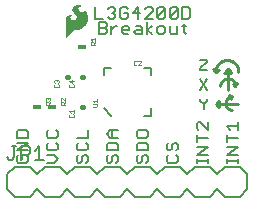
<source format=gbr>
G04 EAGLE Gerber RS-274X export*
G75*
%MOMM*%
%FSLAX34Y34*%
%LPD*%
%INSilkscreen Top*%
%IPPOS*%
%AMOC8*
5,1,8,0,0,1.08239X$1,22.5*%
G01*
%ADD10C,0.254000*%
%ADD11C,0.177800*%
%ADD12C,0.152400*%
%ADD13C,0.025400*%
%ADD14C,0.406400*%
%ADD15R,0.711200X0.406400*%
%ADD16C,0.203200*%
%ADD17C,0.127000*%

G36*
X49540Y134521D02*
X49540Y134521D01*
X49544Y134519D01*
X49614Y134555D01*
X49624Y134560D01*
X49625Y134561D01*
X54497Y140043D01*
X55351Y140825D01*
X56341Y141414D01*
X56692Y141541D01*
X57060Y141606D01*
X59335Y141606D01*
X59340Y141608D01*
X59346Y141606D01*
X60710Y141730D01*
X60720Y141736D01*
X60732Y141734D01*
X62051Y142102D01*
X62059Y142110D01*
X62072Y142111D01*
X63302Y142711D01*
X63309Y142718D01*
X63320Y142721D01*
X64477Y143538D01*
X64482Y143546D01*
X64491Y143549D01*
X65522Y144521D01*
X65525Y144529D01*
X65531Y144531D01*
X65532Y144533D01*
X65534Y144534D01*
X66419Y145641D01*
X66421Y145651D01*
X66430Y145658D01*
X67377Y147339D01*
X67378Y147350D01*
X67386Y147360D01*
X68014Y149184D01*
X68013Y149195D01*
X68020Y149206D01*
X68308Y151113D01*
X68305Y151124D01*
X68310Y151136D01*
X68308Y151188D01*
X68300Y151440D01*
X68296Y151566D01*
X68296Y151567D01*
X68288Y151819D01*
X68280Y152072D01*
X68276Y152198D01*
X68268Y152450D01*
X68257Y152829D01*
X68249Y153064D01*
X68245Y153073D01*
X68247Y153085D01*
X68040Y154124D01*
X68035Y154132D01*
X68035Y154143D01*
X67677Y155140D01*
X67671Y155147D01*
X67670Y155158D01*
X67168Y156092D01*
X67159Y156099D01*
X67156Y156111D01*
X66249Y157248D01*
X66238Y157254D01*
X66231Y157267D01*
X65105Y158188D01*
X65062Y158200D01*
X65021Y158216D01*
X65016Y158214D01*
X65010Y158215D01*
X64972Y158194D01*
X64932Y158175D01*
X64929Y158169D01*
X64925Y158167D01*
X64917Y158138D01*
X64899Y158090D01*
X64899Y157210D01*
X64883Y157090D01*
X64839Y156987D01*
X64565Y156647D01*
X64204Y156399D01*
X64030Y156334D01*
X63492Y156276D01*
X62962Y156374D01*
X62474Y156623D01*
X61572Y157274D01*
X61160Y157628D01*
X60809Y158038D01*
X60526Y158496D01*
X60320Y158990D01*
X60261Y159290D01*
X60273Y159593D01*
X60430Y160112D01*
X60716Y160572D01*
X61111Y160942D01*
X61592Y161197D01*
X62082Y161336D01*
X62593Y161393D01*
X63196Y161393D01*
X63197Y161393D01*
X63219Y161402D01*
X63287Y161431D01*
X63322Y161523D01*
X63318Y161532D01*
X63284Y161608D01*
X63282Y161611D01*
X63281Y161612D01*
X63280Y161613D01*
X63259Y161633D01*
X63252Y161636D01*
X63248Y161644D01*
X62813Y161982D01*
X62798Y161986D01*
X62786Y161998D01*
X62282Y162219D01*
X62281Y162219D01*
X61925Y162371D01*
X61697Y162472D01*
X61687Y162473D01*
X61677Y162479D01*
X60799Y162699D01*
X60790Y162698D01*
X60780Y162702D01*
X59880Y162788D01*
X59870Y162784D01*
X59858Y162788D01*
X58990Y162722D01*
X58979Y162716D01*
X58966Y162717D01*
X58126Y162486D01*
X58116Y162478D01*
X58103Y162477D01*
X57323Y162089D01*
X57316Y162081D01*
X57305Y162078D01*
X56528Y161518D01*
X56524Y161511D01*
X56515Y161507D01*
X55819Y160849D01*
X55814Y160838D01*
X55803Y160830D01*
X55372Y160227D01*
X55369Y160212D01*
X55357Y160199D01*
X55090Y159507D01*
X55090Y159491D01*
X55082Y159476D01*
X54995Y158739D01*
X55000Y158724D01*
X54996Y158707D01*
X55095Y157972D01*
X55103Y157959D01*
X55103Y157942D01*
X55383Y157254D01*
X55392Y157245D01*
X55395Y157231D01*
X56582Y155473D01*
X56590Y155468D01*
X56594Y155457D01*
X58047Y153916D01*
X58417Y153481D01*
X58657Y152978D01*
X58759Y152430D01*
X58716Y151874D01*
X58530Y151349D01*
X58215Y150889D01*
X57790Y150524D01*
X57247Y150231D01*
X56661Y150033D01*
X56051Y149936D01*
X55340Y149971D01*
X54662Y150178D01*
X54056Y150543D01*
X53743Y150871D01*
X53537Y151275D01*
X53444Y151691D01*
X53444Y152119D01*
X53537Y152534D01*
X53609Y152672D01*
X53727Y152786D01*
X54551Y153385D01*
X54684Y153456D01*
X54822Y153484D01*
X54980Y153468D01*
X55023Y153482D01*
X55068Y153493D01*
X55070Y153497D01*
X55074Y153498D01*
X55094Y153539D01*
X55117Y153578D01*
X55116Y153582D01*
X55118Y153586D01*
X55103Y153629D01*
X55090Y153673D01*
X55087Y153675D01*
X55086Y153679D01*
X55048Y153698D01*
X55012Y153719D01*
X54529Y153795D01*
X54524Y153794D01*
X54519Y153796D01*
X53579Y153869D01*
X53570Y153866D01*
X53559Y153869D01*
X52619Y153796D01*
X52609Y153791D01*
X52597Y153792D01*
X51898Y153608D01*
X51888Y153600D01*
X51874Y153599D01*
X51226Y153278D01*
X51218Y153269D01*
X51204Y153265D01*
X50634Y152820D01*
X50628Y152809D01*
X50616Y152803D01*
X50146Y152253D01*
X50142Y152241D01*
X50131Y152232D01*
X49730Y151500D01*
X49729Y151487D01*
X49720Y151476D01*
X49480Y150677D01*
X49481Y150664D01*
X49475Y150651D01*
X49405Y149820D01*
X49407Y149814D01*
X49405Y149809D01*
X49405Y134645D01*
X49407Y134640D01*
X49405Y134636D01*
X49426Y134596D01*
X49443Y134554D01*
X49448Y134553D01*
X49450Y134548D01*
X49493Y134535D01*
X49535Y134519D01*
X49540Y134521D01*
G37*
D10*
X176530Y78740D02*
X195580Y78740D01*
X190500Y73660D02*
X190350Y73662D01*
X190201Y73668D01*
X190052Y73678D01*
X189903Y73691D01*
X189754Y73709D01*
X189606Y73730D01*
X189459Y73756D01*
X189312Y73785D01*
X189166Y73818D01*
X189021Y73855D01*
X188877Y73895D01*
X188734Y73940D01*
X188592Y73988D01*
X188452Y74040D01*
X188313Y74095D01*
X188176Y74154D01*
X188040Y74217D01*
X187905Y74283D01*
X187773Y74353D01*
X187643Y74426D01*
X187514Y74502D01*
X187387Y74582D01*
X187263Y74665D01*
X187141Y74751D01*
X187021Y74841D01*
X186903Y74934D01*
X186788Y75029D01*
X186676Y75128D01*
X186566Y75229D01*
X186459Y75334D01*
X186354Y75441D01*
X186253Y75551D01*
X186154Y75663D01*
X186059Y75778D01*
X185966Y75896D01*
X185876Y76016D01*
X185790Y76138D01*
X185707Y76262D01*
X185627Y76389D01*
X185551Y76517D01*
X185478Y76648D01*
X185408Y76780D01*
X185342Y76915D01*
X185279Y77051D01*
X185220Y77188D01*
X185165Y77327D01*
X185113Y77467D01*
X185065Y77609D01*
X185020Y77752D01*
X184980Y77896D01*
X184943Y78041D01*
X184910Y78187D01*
X184881Y78334D01*
X184855Y78481D01*
X184834Y78629D01*
X184816Y78778D01*
X184803Y78927D01*
X184793Y79076D01*
X184787Y79225D01*
X184785Y79375D01*
X184787Y79525D01*
X184793Y79674D01*
X184803Y79823D01*
X184816Y79972D01*
X184834Y80121D01*
X184855Y80269D01*
X184881Y80416D01*
X184910Y80563D01*
X184943Y80709D01*
X184980Y80854D01*
X185020Y80998D01*
X185065Y81141D01*
X185113Y81283D01*
X185165Y81423D01*
X185220Y81562D01*
X185279Y81699D01*
X185342Y81835D01*
X185408Y81970D01*
X185478Y82102D01*
X185551Y82232D01*
X185627Y82361D01*
X185707Y82488D01*
X185790Y82612D01*
X185876Y82734D01*
X185966Y82854D01*
X186059Y82972D01*
X186154Y83087D01*
X186253Y83199D01*
X186354Y83309D01*
X186459Y83416D01*
X186566Y83521D01*
X186676Y83622D01*
X186788Y83721D01*
X186903Y83816D01*
X187021Y83909D01*
X187141Y83999D01*
X187263Y84085D01*
X187387Y84168D01*
X187514Y84248D01*
X187643Y84324D01*
X187773Y84397D01*
X187905Y84467D01*
X188040Y84533D01*
X188176Y84596D01*
X188313Y84655D01*
X188452Y84710D01*
X188592Y84762D01*
X188734Y84810D01*
X188877Y84855D01*
X189021Y84895D01*
X189166Y84932D01*
X189312Y84965D01*
X189459Y84994D01*
X189606Y85020D01*
X189754Y85041D01*
X189903Y85059D01*
X190052Y85072D01*
X190201Y85082D01*
X190350Y85088D01*
X190500Y85090D01*
X187960Y86360D01*
X190500Y85090D02*
X189230Y82550D01*
X179070Y76200D02*
X176530Y78740D01*
X179070Y81280D01*
X186690Y90170D02*
X186690Y107950D01*
X193040Y93980D02*
X193038Y94138D01*
X193032Y94297D01*
X193022Y94455D01*
X193008Y94612D01*
X192991Y94770D01*
X192969Y94926D01*
X192944Y95083D01*
X192914Y95238D01*
X192881Y95393D01*
X192844Y95547D01*
X192803Y95700D01*
X192758Y95852D01*
X192709Y96002D01*
X192657Y96152D01*
X192601Y96300D01*
X192541Y96447D01*
X192478Y96592D01*
X192411Y96735D01*
X192341Y96877D01*
X192267Y97017D01*
X192189Y97155D01*
X192108Y97291D01*
X192024Y97425D01*
X191937Y97557D01*
X191846Y97687D01*
X191752Y97814D01*
X191655Y97939D01*
X191554Y98062D01*
X191451Y98182D01*
X191345Y98299D01*
X191236Y98414D01*
X191124Y98526D01*
X191009Y98635D01*
X190892Y98741D01*
X190772Y98844D01*
X190649Y98945D01*
X190524Y99042D01*
X190397Y99136D01*
X190267Y99227D01*
X190135Y99314D01*
X190001Y99398D01*
X189865Y99479D01*
X189727Y99557D01*
X189587Y99631D01*
X189445Y99701D01*
X189302Y99768D01*
X189157Y99831D01*
X189010Y99891D01*
X188862Y99947D01*
X188712Y99999D01*
X188562Y100048D01*
X188410Y100093D01*
X188257Y100134D01*
X188103Y100171D01*
X187948Y100204D01*
X187793Y100234D01*
X187636Y100259D01*
X187480Y100281D01*
X187322Y100298D01*
X187165Y100312D01*
X187007Y100322D01*
X186848Y100328D01*
X186690Y100330D01*
X186532Y100328D01*
X186373Y100322D01*
X186215Y100312D01*
X186058Y100298D01*
X185900Y100281D01*
X185744Y100259D01*
X185587Y100234D01*
X185432Y100204D01*
X185277Y100171D01*
X185123Y100134D01*
X184970Y100093D01*
X184818Y100048D01*
X184668Y99999D01*
X184518Y99947D01*
X184370Y99891D01*
X184223Y99831D01*
X184078Y99768D01*
X183935Y99701D01*
X183793Y99631D01*
X183653Y99557D01*
X183515Y99479D01*
X183379Y99398D01*
X183245Y99314D01*
X183113Y99227D01*
X182983Y99136D01*
X182856Y99042D01*
X182731Y98945D01*
X182608Y98844D01*
X182488Y98741D01*
X182371Y98635D01*
X182256Y98526D01*
X182144Y98414D01*
X182035Y98299D01*
X181929Y98182D01*
X181826Y98062D01*
X181725Y97939D01*
X181628Y97814D01*
X181534Y97687D01*
X181443Y97557D01*
X181356Y97425D01*
X181272Y97291D01*
X181191Y97155D01*
X181113Y97017D01*
X181039Y96877D01*
X180969Y96735D01*
X180902Y96592D01*
X180839Y96447D01*
X180779Y96300D01*
X180723Y96152D01*
X180671Y96002D01*
X180622Y95852D01*
X180577Y95700D01*
X180536Y95547D01*
X180499Y95393D01*
X180466Y95238D01*
X180436Y95083D01*
X180411Y94926D01*
X180389Y94770D01*
X180372Y94612D01*
X180358Y94455D01*
X180348Y94297D01*
X180342Y94138D01*
X180340Y93980D01*
X193040Y93980D02*
X194310Y96520D01*
X193040Y93980D02*
X190754Y95250D01*
X184150Y105410D02*
X186690Y107950D01*
X189230Y105410D01*
X195580Y105410D02*
X195599Y105643D01*
X195612Y105877D01*
X195620Y106111D01*
X195622Y106346D01*
X195618Y106580D01*
X195609Y106814D01*
X195594Y107048D01*
X195573Y107281D01*
X195546Y107514D01*
X195514Y107746D01*
X195476Y107977D01*
X195432Y108207D01*
X195383Y108436D01*
X195328Y108664D01*
X195268Y108890D01*
X195202Y109115D01*
X195130Y109338D01*
X195053Y109559D01*
X194971Y109779D01*
X194883Y109996D01*
X194791Y110211D01*
X194692Y110424D01*
X194589Y110634D01*
X194481Y110841D01*
X194367Y111046D01*
X194249Y111249D01*
X194125Y111448D01*
X193997Y111644D01*
X193864Y111837D01*
X193727Y112026D01*
X193584Y112212D01*
X193438Y112395D01*
X193286Y112574D01*
X193131Y112749D01*
X192971Y112920D01*
X192807Y113088D01*
X192639Y113251D01*
X192467Y113410D01*
X192292Y113565D01*
X192112Y113715D01*
X191929Y113861D01*
X191742Y114003D01*
X191552Y114140D01*
X191359Y114272D01*
X191162Y114400D01*
X190963Y114522D01*
X190760Y114640D01*
X190555Y114753D01*
X190347Y114860D01*
X190136Y114963D01*
X189923Y115060D01*
X189708Y115152D01*
X189490Y115239D01*
X189271Y115320D01*
X189049Y115396D01*
X188826Y115467D01*
X188601Y115532D01*
X188374Y115592D01*
X188146Y115646D01*
X187917Y115694D01*
X187687Y115737D01*
X187455Y115774D01*
X187223Y115805D01*
X186991Y115831D01*
X186757Y115851D01*
X186523Y115866D01*
X186289Y115874D01*
X186055Y115877D01*
X185821Y115874D01*
X185587Y115866D01*
X185353Y115851D01*
X185119Y115831D01*
X184887Y115805D01*
X184655Y115774D01*
X184423Y115737D01*
X184193Y115694D01*
X183964Y115646D01*
X183736Y115592D01*
X183509Y115532D01*
X183284Y115467D01*
X183061Y115396D01*
X182839Y115320D01*
X182620Y115239D01*
X182402Y115152D01*
X182187Y115060D01*
X181974Y114963D01*
X181763Y114860D01*
X181555Y114753D01*
X181350Y114640D01*
X181147Y114522D01*
X180948Y114400D01*
X180751Y114272D01*
X180558Y114140D01*
X180368Y114003D01*
X180181Y113861D01*
X179998Y113715D01*
X179818Y113565D01*
X179643Y113410D01*
X179471Y113251D01*
X179303Y113088D01*
X179139Y112920D01*
X178979Y112749D01*
X178824Y112574D01*
X178672Y112395D01*
X178526Y112212D01*
X178383Y112026D01*
X178246Y111837D01*
X178113Y111644D01*
X177985Y111448D01*
X177861Y111249D01*
X177743Y111046D01*
X177629Y110841D01*
X177521Y110634D01*
X177418Y110424D01*
X177319Y110211D01*
X177227Y109996D01*
X177139Y109779D01*
X177057Y109559D01*
X176980Y109338D01*
X176908Y109115D01*
X176842Y108890D01*
X176782Y108664D01*
X176727Y108436D01*
X176678Y108207D01*
X176634Y107977D01*
X176596Y107746D01*
X176564Y107514D01*
X176537Y107281D01*
X176516Y107048D01*
X176501Y106814D01*
X176492Y106580D01*
X176488Y106346D01*
X176490Y106111D01*
X176498Y105877D01*
X176511Y105643D01*
X176530Y105410D01*
X174498Y107950D01*
X176530Y105410D02*
X179070Y107442D01*
X174498Y107950D01*
X183896Y105156D02*
X189484Y105156D01*
X194310Y96520D02*
X190754Y95250D01*
X187960Y86360D02*
X189230Y82550D01*
X179070Y81280D02*
X179070Y76200D01*
D11*
X74549Y150749D02*
X74549Y160409D01*
X74549Y150749D02*
X80989Y150749D01*
X85074Y158799D02*
X86684Y160409D01*
X89904Y160409D01*
X91514Y158799D01*
X91514Y157189D01*
X89904Y155579D01*
X88294Y155579D01*
X89904Y155579D02*
X91514Y153969D01*
X91514Y152359D01*
X89904Y150749D01*
X86684Y150749D01*
X85074Y152359D01*
X100428Y160409D02*
X102038Y158799D01*
X100428Y160409D02*
X97208Y160409D01*
X95598Y158799D01*
X95598Y152359D01*
X97208Y150749D01*
X100428Y150749D01*
X102038Y152359D01*
X102038Y155579D01*
X98818Y155579D01*
X110953Y150749D02*
X110953Y160409D01*
X106123Y155579D01*
X112563Y155579D01*
X116647Y150749D02*
X123088Y150749D01*
X123088Y157189D02*
X116647Y150749D01*
X123088Y157189D02*
X123088Y158799D01*
X121478Y160409D01*
X118257Y160409D01*
X116647Y158799D01*
X127172Y158799D02*
X127172Y152359D01*
X127172Y158799D02*
X128782Y160409D01*
X132002Y160409D01*
X133612Y158799D01*
X133612Y152359D01*
X132002Y150749D01*
X128782Y150749D01*
X127172Y152359D01*
X133612Y158799D01*
X137697Y158799D02*
X137697Y152359D01*
X137697Y158799D02*
X139307Y160409D01*
X142527Y160409D01*
X144137Y158799D01*
X144137Y152359D01*
X142527Y150749D01*
X139307Y150749D01*
X137697Y152359D01*
X144137Y158799D01*
X148221Y160409D02*
X148221Y150749D01*
X153051Y150749D01*
X154661Y152359D01*
X154661Y158799D01*
X153051Y160409D01*
X148221Y160409D01*
D12*
X163322Y83065D02*
X163322Y81625D01*
X166203Y78744D01*
X169084Y81625D01*
X169084Y83065D01*
X166203Y78744D02*
X166203Y74422D01*
X169084Y90932D02*
X163322Y99575D01*
X169084Y99575D02*
X163322Y90932D01*
X163322Y116085D02*
X169084Y116085D01*
X169084Y114645D01*
X163322Y108883D01*
X163322Y107442D01*
X169084Y107442D01*
D11*
X77724Y138049D02*
X77724Y147709D01*
X82554Y147709D01*
X84164Y146099D01*
X84164Y144489D01*
X82554Y142879D01*
X84164Y141269D01*
X84164Y139659D01*
X82554Y138049D01*
X77724Y138049D01*
X77724Y142879D02*
X82554Y142879D01*
X88249Y144489D02*
X88249Y138049D01*
X88249Y141269D02*
X91469Y144489D01*
X93079Y144489D01*
X98629Y138049D02*
X101849Y138049D01*
X98629Y138049D02*
X97019Y139659D01*
X97019Y142879D01*
X98629Y144489D01*
X101849Y144489D01*
X103459Y142879D01*
X103459Y141269D01*
X97019Y141269D01*
X109154Y144489D02*
X112374Y144489D01*
X113984Y142879D01*
X113984Y138049D01*
X109154Y138049D01*
X107544Y139659D01*
X109154Y141269D01*
X113984Y141269D01*
X118068Y138049D02*
X118068Y147709D01*
X118068Y141269D02*
X122898Y138049D01*
X118068Y141269D02*
X122898Y144489D01*
X128449Y138049D02*
X131669Y138049D01*
X133279Y139659D01*
X133279Y142879D01*
X131669Y144489D01*
X128449Y144489D01*
X126839Y142879D01*
X126839Y139659D01*
X128449Y138049D01*
X137363Y139659D02*
X137363Y144489D01*
X137363Y139659D02*
X138973Y138049D01*
X143803Y138049D01*
X143803Y144489D01*
X149498Y146099D02*
X149498Y139659D01*
X151108Y138049D01*
X151108Y144489D02*
X147888Y144489D01*
X9476Y35269D02*
X7866Y33659D01*
X7866Y30439D01*
X9476Y28829D01*
X15916Y28829D01*
X17526Y30439D01*
X17526Y33659D01*
X15916Y35269D01*
X12696Y35269D01*
X12696Y32049D01*
X17526Y39354D02*
X7866Y39354D01*
X17526Y45794D01*
X7866Y45794D01*
X7866Y49878D02*
X17526Y49878D01*
X17526Y54708D01*
X15916Y56318D01*
X9476Y56318D01*
X7866Y54708D01*
X7866Y49878D01*
X33266Y28829D02*
X39706Y28829D01*
X42926Y32049D01*
X39706Y35269D01*
X33266Y35269D01*
X33266Y44184D02*
X34876Y45794D01*
X33266Y44184D02*
X33266Y40964D01*
X34876Y39354D01*
X41316Y39354D01*
X42926Y40964D01*
X42926Y44184D01*
X41316Y45794D01*
X33266Y54708D02*
X34876Y56318D01*
X33266Y54708D02*
X33266Y51488D01*
X34876Y49878D01*
X41316Y49878D01*
X42926Y51488D01*
X42926Y54708D01*
X41316Y56318D01*
X60276Y35269D02*
X58666Y33659D01*
X58666Y30439D01*
X60276Y28829D01*
X61886Y28829D01*
X63496Y30439D01*
X63496Y33659D01*
X65106Y35269D01*
X66716Y35269D01*
X68326Y33659D01*
X68326Y30439D01*
X66716Y28829D01*
X58666Y44184D02*
X60276Y45794D01*
X58666Y44184D02*
X58666Y40964D01*
X60276Y39354D01*
X66716Y39354D01*
X68326Y40964D01*
X68326Y44184D01*
X66716Y45794D01*
X68326Y49878D02*
X58666Y49878D01*
X68326Y49878D02*
X68326Y56318D01*
X85676Y35269D02*
X84066Y33659D01*
X84066Y30439D01*
X85676Y28829D01*
X87286Y28829D01*
X88896Y30439D01*
X88896Y33659D01*
X90506Y35269D01*
X92116Y35269D01*
X93726Y33659D01*
X93726Y30439D01*
X92116Y28829D01*
X93726Y39354D02*
X84066Y39354D01*
X93726Y39354D02*
X93726Y44184D01*
X92116Y45794D01*
X85676Y45794D01*
X84066Y44184D01*
X84066Y39354D01*
X87286Y49878D02*
X93726Y49878D01*
X87286Y49878D02*
X84066Y53098D01*
X87286Y56318D01*
X93726Y56318D01*
X88896Y56318D02*
X88896Y49878D01*
X109466Y33659D02*
X111076Y35269D01*
X109466Y33659D02*
X109466Y30439D01*
X111076Y28829D01*
X112686Y28829D01*
X114296Y30439D01*
X114296Y33659D01*
X115906Y35269D01*
X117516Y35269D01*
X119126Y33659D01*
X119126Y30439D01*
X117516Y28829D01*
X119126Y39354D02*
X109466Y39354D01*
X119126Y39354D02*
X119126Y44184D01*
X117516Y45794D01*
X111076Y45794D01*
X109466Y44184D01*
X109466Y39354D01*
X109466Y51488D02*
X109466Y54708D01*
X109466Y51488D02*
X111076Y49878D01*
X117516Y49878D01*
X119126Y51488D01*
X119126Y54708D01*
X117516Y56318D01*
X111076Y56318D01*
X109466Y54708D01*
X134866Y33659D02*
X136476Y35269D01*
X134866Y33659D02*
X134866Y30439D01*
X136476Y28829D01*
X142916Y28829D01*
X144526Y30439D01*
X144526Y33659D01*
X142916Y35269D01*
X134866Y44184D02*
X136476Y45794D01*
X134866Y44184D02*
X134866Y40964D01*
X136476Y39354D01*
X138086Y39354D01*
X139696Y40964D01*
X139696Y44184D01*
X141306Y45794D01*
X142916Y45794D01*
X144526Y44184D01*
X144526Y40964D01*
X142916Y39354D01*
X169926Y32049D02*
X169926Y28829D01*
X169926Y30439D02*
X160266Y30439D01*
X160266Y28829D02*
X160266Y32049D01*
X160266Y35845D02*
X169926Y35845D01*
X169926Y42286D02*
X160266Y35845D01*
X160266Y42286D02*
X169926Y42286D01*
X169926Y49590D02*
X160266Y49590D01*
X160266Y46370D02*
X160266Y52810D01*
X169926Y56895D02*
X169926Y63335D01*
X169926Y56895D02*
X163486Y63335D01*
X161876Y63335D01*
X160266Y61725D01*
X160266Y58505D01*
X161876Y56895D01*
X195326Y32049D02*
X195326Y28829D01*
X195326Y30439D02*
X185666Y30439D01*
X185666Y28829D02*
X185666Y32049D01*
X185666Y35845D02*
X195326Y35845D01*
X195326Y42286D02*
X185666Y35845D01*
X185666Y42286D02*
X195326Y42286D01*
X195326Y49590D02*
X185666Y49590D01*
X185666Y46370D02*
X185666Y52810D01*
X188886Y56895D02*
X185666Y60115D01*
X195326Y60115D01*
X195326Y56895D02*
X195326Y63335D01*
X87600Y68900D02*
X81600Y74900D01*
X115600Y68900D02*
X121600Y68900D01*
X121600Y74900D01*
X121600Y102900D02*
X121600Y108900D01*
X115600Y108900D01*
X87600Y108900D02*
X81600Y108900D01*
X81600Y102900D01*
D13*
X75437Y76581D02*
X72260Y76581D01*
X75437Y76581D02*
X76073Y77217D01*
X76073Y78488D01*
X75437Y79123D01*
X72260Y79123D01*
X73531Y80323D02*
X72260Y81594D01*
X76073Y81594D01*
X76073Y80323D02*
X76073Y82865D01*
D14*
X63805Y76200D02*
X63195Y76200D01*
D13*
X53210Y69979D02*
X52575Y69344D01*
X52575Y68073D01*
X53210Y67437D01*
X55752Y67437D01*
X56388Y68073D01*
X56388Y69344D01*
X55752Y69979D01*
X53846Y71179D02*
X52575Y72450D01*
X56388Y72450D01*
X56388Y71179D02*
X56388Y73721D01*
X108849Y115446D02*
X109485Y114811D01*
X108849Y115446D02*
X107578Y115446D01*
X106943Y114811D01*
X106943Y112269D01*
X107578Y111633D01*
X108849Y111633D01*
X109485Y112269D01*
X110685Y111633D02*
X113227Y111633D01*
X110685Y111633D02*
X113227Y114175D01*
X113227Y114811D01*
X112592Y115446D01*
X111320Y115446D01*
X110685Y114811D01*
D14*
X51105Y101600D02*
X50495Y101600D01*
D13*
X40510Y95379D02*
X39875Y94744D01*
X39875Y93473D01*
X40510Y92837D01*
X43052Y92837D01*
X43688Y93473D01*
X43688Y94744D01*
X43052Y95379D01*
X40510Y96579D02*
X39875Y97215D01*
X39875Y98486D01*
X40510Y99121D01*
X41146Y99121D01*
X41781Y98486D01*
X41781Y97850D01*
X41781Y98486D02*
X42417Y99121D01*
X43052Y99121D01*
X43688Y98486D01*
X43688Y97215D01*
X43052Y96579D01*
D14*
X63195Y101600D02*
X63805Y101600D01*
D13*
X53210Y95379D02*
X52575Y94744D01*
X52575Y93473D01*
X53210Y92837D01*
X55752Y92837D01*
X56388Y93473D01*
X56388Y94744D01*
X55752Y95379D01*
X56388Y98486D02*
X52575Y98486D01*
X54481Y96579D01*
X54481Y99121D01*
D15*
X63500Y127000D03*
D13*
X70609Y128533D02*
X74422Y128533D01*
X70609Y128533D02*
X70609Y130439D01*
X71244Y131075D01*
X72515Y131075D01*
X73151Y130439D01*
X73151Y128533D01*
X73151Y129804D02*
X74422Y131075D01*
X71880Y132275D02*
X70609Y133546D01*
X74422Y133546D01*
X74422Y132275D02*
X74422Y134817D01*
D15*
X38100Y76200D03*
D13*
X45209Y77733D02*
X49022Y77733D01*
X45209Y77733D02*
X45209Y79639D01*
X45844Y80275D01*
X47115Y80275D01*
X47751Y79639D01*
X47751Y77733D01*
X47751Y79004D02*
X49022Y80275D01*
X49022Y81475D02*
X49022Y84017D01*
X49022Y81475D02*
X46480Y84017D01*
X45844Y84017D01*
X45209Y83382D01*
X45209Y82110D01*
X45844Y81475D01*
D15*
X25400Y76200D03*
D13*
X32509Y77733D02*
X36322Y77733D01*
X32509Y77733D02*
X32509Y79639D01*
X33144Y80275D01*
X34415Y80275D01*
X35051Y79639D01*
X35051Y77733D01*
X35051Y79004D02*
X36322Y80275D01*
X33144Y81475D02*
X32509Y82110D01*
X32509Y83382D01*
X33144Y84017D01*
X33780Y84017D01*
X34415Y83382D01*
X34415Y82746D01*
X34415Y83382D02*
X35051Y84017D01*
X35686Y84017D01*
X36322Y83382D01*
X36322Y82110D01*
X35686Y81475D01*
D16*
X158750Y25400D02*
X171450Y25400D01*
X177800Y19050D01*
X177800Y6350D02*
X171450Y0D01*
X133350Y25400D02*
X127000Y19050D01*
X133350Y25400D02*
X146050Y25400D01*
X152400Y19050D01*
X152400Y6350D02*
X146050Y0D01*
X133350Y0D01*
X127000Y6350D01*
X152400Y19050D02*
X158750Y25400D01*
X152400Y6350D02*
X158750Y0D01*
X171450Y0D01*
X95250Y25400D02*
X82550Y25400D01*
X95250Y25400D02*
X101600Y19050D01*
X101600Y6350D02*
X95250Y0D01*
X101600Y19050D02*
X107950Y25400D01*
X120650Y25400D01*
X127000Y19050D01*
X127000Y6350D02*
X120650Y0D01*
X107950Y0D01*
X101600Y6350D01*
X57150Y25400D02*
X50800Y19050D01*
X57150Y25400D02*
X69850Y25400D01*
X76200Y19050D01*
X76200Y6350D02*
X69850Y0D01*
X57150Y0D01*
X50800Y6350D01*
X76200Y19050D02*
X82550Y25400D01*
X76200Y6350D02*
X82550Y0D01*
X95250Y0D01*
X19050Y25400D02*
X6350Y25400D01*
X19050Y25400D02*
X25400Y19050D01*
X25400Y6350D02*
X19050Y0D01*
X25400Y19050D02*
X31750Y25400D01*
X44450Y25400D01*
X50800Y19050D01*
X50800Y6350D02*
X44450Y0D01*
X31750Y0D01*
X25400Y6350D01*
X0Y6350D02*
X0Y19050D01*
X6350Y25400D01*
X0Y6350D02*
X6350Y0D01*
X19050Y0D01*
X184150Y25400D02*
X196850Y25400D01*
X203200Y19050D01*
X203200Y6350D01*
X196850Y0D01*
X177800Y19050D02*
X184150Y25400D01*
X177800Y6350D02*
X184150Y0D01*
X196850Y0D01*
D17*
X1780Y31623D02*
X-127Y33530D01*
X1780Y31623D02*
X3686Y31623D01*
X5593Y33530D01*
X5593Y43063D01*
X3686Y43063D02*
X7500Y43063D01*
X11567Y43063D02*
X11567Y31623D01*
X11567Y43063D02*
X17287Y43063D01*
X19193Y41156D01*
X19193Y37343D01*
X17287Y35436D01*
X11567Y35436D01*
X23261Y39250D02*
X27074Y43063D01*
X27074Y31623D01*
X23261Y31623D02*
X30887Y31623D01*
M02*

</source>
